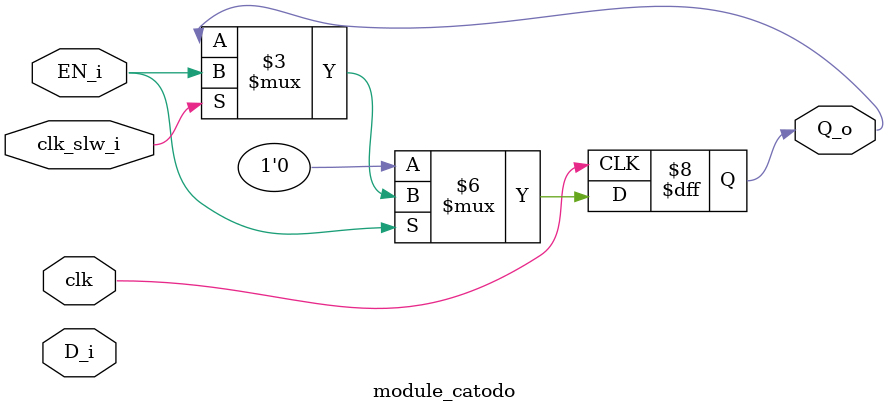
<source format=sv>
`timescale 1ns / 1ps


module module_catodo(
    input     logic    EN_i,
                       D_i,
                       clk,
                       clk_slw_i,
    output    logic    Q_o
    );
    
    always_ff @(posedge clk)      
        if(!EN_i)
            Q_o <= 0;
        else
            if(clk_slw_i) begin
            
                Q_o <= EN_i;

            end
    
    
endmodule

</source>
